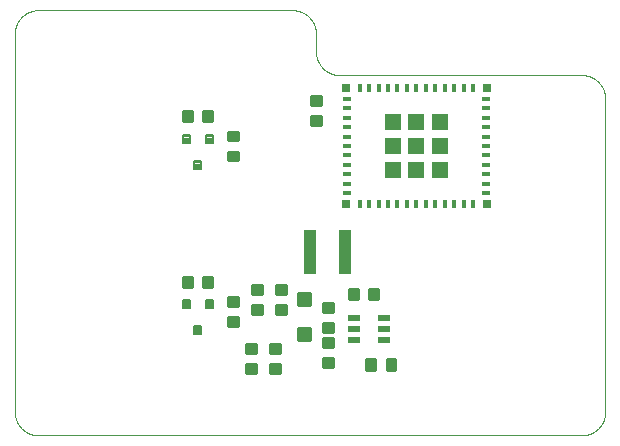
<source format=gtp>
G75*
%MOIN*%
%OFA0B0*%
%FSLAX25Y25*%
%IPPOS*%
%LPD*%
%AMOC8*
5,1,8,0,0,1.08239X$1,22.5*
%
%ADD10C,0.00000*%
%ADD11C,0.00984*%
%ADD12C,0.00787*%
%ADD13R,0.02756X0.02756*%
%ADD14R,0.01575X0.03150*%
%ADD15R,0.03150X0.01575*%
%ADD16R,0.05709X0.05709*%
%ADD17R,0.04331X0.02362*%
%ADD18R,0.04331X0.14567*%
%ADD19C,0.01201*%
D10*
X0086176Y0058146D02*
X0267279Y0058146D01*
X0267469Y0058148D01*
X0267659Y0058155D01*
X0267849Y0058167D01*
X0268039Y0058183D01*
X0268228Y0058203D01*
X0268417Y0058229D01*
X0268605Y0058258D01*
X0268792Y0058293D01*
X0268978Y0058332D01*
X0269163Y0058375D01*
X0269348Y0058423D01*
X0269531Y0058475D01*
X0269712Y0058531D01*
X0269892Y0058592D01*
X0270071Y0058658D01*
X0270248Y0058727D01*
X0270424Y0058801D01*
X0270597Y0058879D01*
X0270769Y0058962D01*
X0270938Y0059048D01*
X0271106Y0059138D01*
X0271271Y0059233D01*
X0271434Y0059331D01*
X0271594Y0059434D01*
X0271752Y0059540D01*
X0271907Y0059650D01*
X0272060Y0059763D01*
X0272210Y0059881D01*
X0272356Y0060002D01*
X0272500Y0060126D01*
X0272641Y0060254D01*
X0272779Y0060385D01*
X0272914Y0060520D01*
X0273045Y0060658D01*
X0273173Y0060799D01*
X0273297Y0060943D01*
X0273418Y0061089D01*
X0273536Y0061239D01*
X0273649Y0061392D01*
X0273759Y0061547D01*
X0273865Y0061705D01*
X0273968Y0061865D01*
X0274066Y0062028D01*
X0274161Y0062193D01*
X0274251Y0062361D01*
X0274337Y0062530D01*
X0274420Y0062702D01*
X0274498Y0062875D01*
X0274572Y0063051D01*
X0274641Y0063228D01*
X0274707Y0063407D01*
X0274768Y0063587D01*
X0274824Y0063768D01*
X0274876Y0063951D01*
X0274924Y0064136D01*
X0274967Y0064321D01*
X0275006Y0064507D01*
X0275041Y0064694D01*
X0275070Y0064882D01*
X0275096Y0065071D01*
X0275116Y0065260D01*
X0275132Y0065450D01*
X0275144Y0065640D01*
X0275151Y0065830D01*
X0275153Y0066020D01*
X0275153Y0170350D01*
X0275151Y0170540D01*
X0275144Y0170730D01*
X0275132Y0170920D01*
X0275116Y0171110D01*
X0275096Y0171299D01*
X0275070Y0171488D01*
X0275041Y0171676D01*
X0275006Y0171863D01*
X0274967Y0172049D01*
X0274924Y0172234D01*
X0274876Y0172419D01*
X0274824Y0172602D01*
X0274768Y0172783D01*
X0274707Y0172963D01*
X0274641Y0173142D01*
X0274572Y0173319D01*
X0274498Y0173495D01*
X0274420Y0173668D01*
X0274337Y0173840D01*
X0274251Y0174009D01*
X0274161Y0174177D01*
X0274066Y0174342D01*
X0273968Y0174505D01*
X0273865Y0174665D01*
X0273759Y0174823D01*
X0273649Y0174978D01*
X0273536Y0175131D01*
X0273418Y0175281D01*
X0273297Y0175427D01*
X0273173Y0175571D01*
X0273045Y0175712D01*
X0272914Y0175850D01*
X0272779Y0175985D01*
X0272641Y0176116D01*
X0272500Y0176244D01*
X0272356Y0176368D01*
X0272210Y0176489D01*
X0272060Y0176607D01*
X0271907Y0176720D01*
X0271752Y0176830D01*
X0271594Y0176936D01*
X0271434Y0177039D01*
X0271271Y0177137D01*
X0271106Y0177232D01*
X0270938Y0177322D01*
X0270769Y0177408D01*
X0270597Y0177491D01*
X0270424Y0177569D01*
X0270248Y0177643D01*
X0270071Y0177712D01*
X0269892Y0177778D01*
X0269712Y0177839D01*
X0269531Y0177895D01*
X0269348Y0177947D01*
X0269163Y0177995D01*
X0268978Y0178038D01*
X0268792Y0178077D01*
X0268605Y0178112D01*
X0268417Y0178141D01*
X0268228Y0178167D01*
X0268039Y0178187D01*
X0267849Y0178203D01*
X0267659Y0178215D01*
X0267469Y0178222D01*
X0267279Y0178224D01*
X0186570Y0178224D01*
X0186380Y0178226D01*
X0186190Y0178233D01*
X0186000Y0178245D01*
X0185810Y0178261D01*
X0185621Y0178281D01*
X0185432Y0178307D01*
X0185244Y0178336D01*
X0185057Y0178371D01*
X0184871Y0178410D01*
X0184686Y0178453D01*
X0184501Y0178501D01*
X0184318Y0178553D01*
X0184137Y0178609D01*
X0183957Y0178670D01*
X0183778Y0178736D01*
X0183601Y0178805D01*
X0183425Y0178879D01*
X0183252Y0178957D01*
X0183080Y0179040D01*
X0182911Y0179126D01*
X0182743Y0179216D01*
X0182578Y0179311D01*
X0182415Y0179409D01*
X0182255Y0179512D01*
X0182097Y0179618D01*
X0181942Y0179728D01*
X0181789Y0179841D01*
X0181639Y0179959D01*
X0181493Y0180080D01*
X0181349Y0180204D01*
X0181208Y0180332D01*
X0181070Y0180463D01*
X0180935Y0180598D01*
X0180804Y0180736D01*
X0180676Y0180877D01*
X0180552Y0181021D01*
X0180431Y0181167D01*
X0180313Y0181317D01*
X0180200Y0181470D01*
X0180090Y0181625D01*
X0179984Y0181783D01*
X0179881Y0181943D01*
X0179783Y0182106D01*
X0179688Y0182271D01*
X0179598Y0182439D01*
X0179512Y0182608D01*
X0179429Y0182780D01*
X0179351Y0182953D01*
X0179277Y0183129D01*
X0179208Y0183306D01*
X0179142Y0183485D01*
X0179081Y0183665D01*
X0179025Y0183846D01*
X0178973Y0184029D01*
X0178925Y0184214D01*
X0178882Y0184399D01*
X0178843Y0184585D01*
X0178808Y0184772D01*
X0178779Y0184960D01*
X0178753Y0185149D01*
X0178733Y0185338D01*
X0178717Y0185528D01*
X0178705Y0185718D01*
X0178698Y0185908D01*
X0178696Y0186098D01*
X0178696Y0192004D01*
X0178694Y0192194D01*
X0178687Y0192384D01*
X0178675Y0192574D01*
X0178659Y0192764D01*
X0178639Y0192953D01*
X0178613Y0193142D01*
X0178584Y0193330D01*
X0178549Y0193517D01*
X0178510Y0193703D01*
X0178467Y0193888D01*
X0178419Y0194073D01*
X0178367Y0194256D01*
X0178311Y0194437D01*
X0178250Y0194617D01*
X0178184Y0194796D01*
X0178115Y0194973D01*
X0178041Y0195149D01*
X0177963Y0195322D01*
X0177880Y0195494D01*
X0177794Y0195663D01*
X0177704Y0195831D01*
X0177609Y0195996D01*
X0177511Y0196159D01*
X0177408Y0196319D01*
X0177302Y0196477D01*
X0177192Y0196632D01*
X0177079Y0196785D01*
X0176961Y0196935D01*
X0176840Y0197081D01*
X0176716Y0197225D01*
X0176588Y0197366D01*
X0176457Y0197504D01*
X0176322Y0197639D01*
X0176184Y0197770D01*
X0176043Y0197898D01*
X0175899Y0198022D01*
X0175753Y0198143D01*
X0175603Y0198261D01*
X0175450Y0198374D01*
X0175295Y0198484D01*
X0175137Y0198590D01*
X0174977Y0198693D01*
X0174814Y0198791D01*
X0174649Y0198886D01*
X0174481Y0198976D01*
X0174312Y0199062D01*
X0174140Y0199145D01*
X0173967Y0199223D01*
X0173791Y0199297D01*
X0173614Y0199366D01*
X0173435Y0199432D01*
X0173255Y0199493D01*
X0173074Y0199549D01*
X0172891Y0199601D01*
X0172706Y0199649D01*
X0172521Y0199692D01*
X0172335Y0199731D01*
X0172148Y0199766D01*
X0171960Y0199795D01*
X0171771Y0199821D01*
X0171582Y0199841D01*
X0171392Y0199857D01*
X0171202Y0199869D01*
X0171012Y0199876D01*
X0170822Y0199878D01*
X0086176Y0199878D01*
X0085986Y0199876D01*
X0085796Y0199869D01*
X0085606Y0199857D01*
X0085416Y0199841D01*
X0085227Y0199821D01*
X0085038Y0199795D01*
X0084850Y0199766D01*
X0084663Y0199731D01*
X0084477Y0199692D01*
X0084292Y0199649D01*
X0084107Y0199601D01*
X0083924Y0199549D01*
X0083743Y0199493D01*
X0083563Y0199432D01*
X0083384Y0199366D01*
X0083207Y0199297D01*
X0083031Y0199223D01*
X0082858Y0199145D01*
X0082686Y0199062D01*
X0082517Y0198976D01*
X0082349Y0198886D01*
X0082184Y0198791D01*
X0082021Y0198693D01*
X0081861Y0198590D01*
X0081703Y0198484D01*
X0081548Y0198374D01*
X0081395Y0198261D01*
X0081245Y0198143D01*
X0081099Y0198022D01*
X0080955Y0197898D01*
X0080814Y0197770D01*
X0080676Y0197639D01*
X0080541Y0197504D01*
X0080410Y0197366D01*
X0080282Y0197225D01*
X0080158Y0197081D01*
X0080037Y0196935D01*
X0079919Y0196785D01*
X0079806Y0196632D01*
X0079696Y0196477D01*
X0079590Y0196319D01*
X0079487Y0196159D01*
X0079389Y0195996D01*
X0079294Y0195831D01*
X0079204Y0195663D01*
X0079118Y0195494D01*
X0079035Y0195322D01*
X0078957Y0195149D01*
X0078883Y0194973D01*
X0078814Y0194796D01*
X0078748Y0194617D01*
X0078687Y0194437D01*
X0078631Y0194256D01*
X0078579Y0194073D01*
X0078531Y0193888D01*
X0078488Y0193703D01*
X0078449Y0193517D01*
X0078414Y0193330D01*
X0078385Y0193142D01*
X0078359Y0192953D01*
X0078339Y0192764D01*
X0078323Y0192574D01*
X0078311Y0192384D01*
X0078304Y0192194D01*
X0078302Y0192004D01*
X0078302Y0066020D01*
X0078304Y0065830D01*
X0078311Y0065640D01*
X0078323Y0065450D01*
X0078339Y0065260D01*
X0078359Y0065071D01*
X0078385Y0064882D01*
X0078414Y0064694D01*
X0078449Y0064507D01*
X0078488Y0064321D01*
X0078531Y0064136D01*
X0078579Y0063951D01*
X0078631Y0063768D01*
X0078687Y0063587D01*
X0078748Y0063407D01*
X0078814Y0063228D01*
X0078883Y0063051D01*
X0078957Y0062875D01*
X0079035Y0062702D01*
X0079118Y0062530D01*
X0079204Y0062361D01*
X0079294Y0062193D01*
X0079389Y0062028D01*
X0079487Y0061865D01*
X0079590Y0061705D01*
X0079696Y0061547D01*
X0079806Y0061392D01*
X0079919Y0061239D01*
X0080037Y0061089D01*
X0080158Y0060943D01*
X0080282Y0060799D01*
X0080410Y0060658D01*
X0080541Y0060520D01*
X0080676Y0060385D01*
X0080814Y0060254D01*
X0080955Y0060126D01*
X0081099Y0060002D01*
X0081245Y0059881D01*
X0081395Y0059763D01*
X0081548Y0059650D01*
X0081703Y0059540D01*
X0081861Y0059434D01*
X0082021Y0059331D01*
X0082184Y0059233D01*
X0082349Y0059138D01*
X0082517Y0059048D01*
X0082686Y0058962D01*
X0082858Y0058879D01*
X0083031Y0058801D01*
X0083207Y0058727D01*
X0083384Y0058658D01*
X0083563Y0058592D01*
X0083743Y0058531D01*
X0083924Y0058475D01*
X0084107Y0058423D01*
X0084292Y0058375D01*
X0084477Y0058332D01*
X0084663Y0058293D01*
X0084850Y0058258D01*
X0085038Y0058229D01*
X0085227Y0058203D01*
X0085416Y0058183D01*
X0085606Y0058167D01*
X0085796Y0058155D01*
X0085986Y0058148D01*
X0086176Y0058146D01*
D11*
X0152810Y0094662D02*
X0152810Y0097614D01*
X0152810Y0094662D02*
X0149464Y0094662D01*
X0149464Y0097614D01*
X0152810Y0097614D01*
X0152810Y0095597D02*
X0149464Y0095597D01*
X0149464Y0096532D02*
X0152810Y0096532D01*
X0152810Y0097467D02*
X0149464Y0097467D01*
X0152810Y0101355D02*
X0152810Y0104307D01*
X0152810Y0101355D02*
X0149464Y0101355D01*
X0149464Y0104307D01*
X0152810Y0104307D01*
X0152810Y0102290D02*
X0149464Y0102290D01*
X0149464Y0103225D02*
X0152810Y0103225D01*
X0152810Y0104160D02*
X0149464Y0104160D01*
X0144149Y0111000D02*
X0141197Y0111000D01*
X0144149Y0111000D02*
X0144149Y0107654D01*
X0141197Y0107654D01*
X0141197Y0111000D01*
X0141197Y0108589D02*
X0144149Y0108589D01*
X0144149Y0109524D02*
X0141197Y0109524D01*
X0141197Y0110459D02*
X0144149Y0110459D01*
X0137456Y0111000D02*
X0134504Y0111000D01*
X0137456Y0111000D02*
X0137456Y0107654D01*
X0134504Y0107654D01*
X0134504Y0111000D01*
X0134504Y0108589D02*
X0137456Y0108589D01*
X0137456Y0109524D02*
X0134504Y0109524D01*
X0134504Y0110459D02*
X0137456Y0110459D01*
X0157338Y0108244D02*
X0157338Y0105292D01*
X0157338Y0108244D02*
X0160684Y0108244D01*
X0160684Y0105292D01*
X0157338Y0105292D01*
X0157338Y0106227D02*
X0160684Y0106227D01*
X0160684Y0107162D02*
X0157338Y0107162D01*
X0157338Y0108097D02*
X0160684Y0108097D01*
X0165212Y0108244D02*
X0165212Y0105292D01*
X0165212Y0108244D02*
X0168558Y0108244D01*
X0168558Y0105292D01*
X0165212Y0105292D01*
X0165212Y0106227D02*
X0168558Y0106227D01*
X0168558Y0107162D02*
X0165212Y0107162D01*
X0165212Y0108097D02*
X0168558Y0108097D01*
X0165212Y0101551D02*
X0165212Y0098599D01*
X0165212Y0101551D02*
X0168558Y0101551D01*
X0168558Y0098599D01*
X0165212Y0098599D01*
X0165212Y0099534D02*
X0168558Y0099534D01*
X0168558Y0100469D02*
X0165212Y0100469D01*
X0165212Y0101404D02*
X0168558Y0101404D01*
X0157338Y0101551D02*
X0157338Y0098599D01*
X0157338Y0101551D02*
X0160684Y0101551D01*
X0160684Y0098599D01*
X0157338Y0098599D01*
X0157338Y0099534D02*
X0160684Y0099534D01*
X0160684Y0100469D02*
X0157338Y0100469D01*
X0157338Y0101404D02*
X0160684Y0101404D01*
X0158716Y0088559D02*
X0158716Y0085607D01*
X0155370Y0085607D01*
X0155370Y0088559D01*
X0158716Y0088559D01*
X0158716Y0086542D02*
X0155370Y0086542D01*
X0155370Y0087477D02*
X0158716Y0087477D01*
X0158716Y0088412D02*
X0155370Y0088412D01*
X0158716Y0081866D02*
X0158716Y0078914D01*
X0155370Y0078914D01*
X0155370Y0081866D01*
X0158716Y0081866D01*
X0158716Y0079849D02*
X0155370Y0079849D01*
X0155370Y0080784D02*
X0158716Y0080784D01*
X0158716Y0081719D02*
X0155370Y0081719D01*
X0166590Y0081866D02*
X0166590Y0078914D01*
X0163244Y0078914D01*
X0163244Y0081866D01*
X0166590Y0081866D01*
X0166590Y0079849D02*
X0163244Y0079849D01*
X0163244Y0080784D02*
X0166590Y0080784D01*
X0166590Y0081719D02*
X0163244Y0081719D01*
X0166590Y0085607D02*
X0166590Y0088559D01*
X0166590Y0085607D02*
X0163244Y0085607D01*
X0163244Y0088559D01*
X0166590Y0088559D01*
X0166590Y0086542D02*
X0163244Y0086542D01*
X0163244Y0087477D02*
X0166590Y0087477D01*
X0166590Y0088412D02*
X0163244Y0088412D01*
X0184306Y0087575D02*
X0184306Y0090527D01*
X0184306Y0087575D02*
X0180960Y0087575D01*
X0180960Y0090527D01*
X0184306Y0090527D01*
X0184306Y0088510D02*
X0180960Y0088510D01*
X0180960Y0089445D02*
X0184306Y0089445D01*
X0184306Y0090380D02*
X0180960Y0090380D01*
X0184306Y0092693D02*
X0184306Y0095645D01*
X0184306Y0092693D02*
X0180960Y0092693D01*
X0180960Y0095645D01*
X0184306Y0095645D01*
X0184306Y0093628D02*
X0180960Y0093628D01*
X0180960Y0094563D02*
X0184306Y0094563D01*
X0184306Y0095498D02*
X0180960Y0095498D01*
X0184306Y0099386D02*
X0184306Y0102338D01*
X0184306Y0099386D02*
X0180960Y0099386D01*
X0180960Y0102338D01*
X0184306Y0102338D01*
X0184306Y0100321D02*
X0180960Y0100321D01*
X0180960Y0101256D02*
X0184306Y0101256D01*
X0184306Y0102191D02*
X0180960Y0102191D01*
X0189622Y0103717D02*
X0192574Y0103717D01*
X0189622Y0103717D02*
X0189622Y0107063D01*
X0192574Y0107063D01*
X0192574Y0103717D01*
X0192574Y0104652D02*
X0189622Y0104652D01*
X0189622Y0105587D02*
X0192574Y0105587D01*
X0192574Y0106522D02*
X0189622Y0106522D01*
X0196315Y0103717D02*
X0199267Y0103717D01*
X0196315Y0103717D02*
X0196315Y0107063D01*
X0199267Y0107063D01*
X0199267Y0103717D01*
X0199267Y0104652D02*
X0196315Y0104652D01*
X0196315Y0105587D02*
X0199267Y0105587D01*
X0199267Y0106522D02*
X0196315Y0106522D01*
X0195527Y0083441D02*
X0198479Y0083441D01*
X0198479Y0080095D01*
X0195527Y0080095D01*
X0195527Y0083441D01*
X0195527Y0081030D02*
X0198479Y0081030D01*
X0198479Y0081965D02*
X0195527Y0081965D01*
X0195527Y0082900D02*
X0198479Y0082900D01*
X0202220Y0083441D02*
X0205172Y0083441D01*
X0205172Y0080095D01*
X0202220Y0080095D01*
X0202220Y0083441D01*
X0202220Y0081030D02*
X0205172Y0081030D01*
X0205172Y0081965D02*
X0202220Y0081965D01*
X0202220Y0082900D02*
X0205172Y0082900D01*
X0184306Y0083834D02*
X0184306Y0080882D01*
X0180960Y0080882D01*
X0180960Y0083834D01*
X0184306Y0083834D01*
X0184306Y0081817D02*
X0180960Y0081817D01*
X0180960Y0082752D02*
X0184306Y0082752D01*
X0184306Y0083687D02*
X0180960Y0083687D01*
X0152810Y0149780D02*
X0152810Y0152732D01*
X0152810Y0149780D02*
X0149464Y0149780D01*
X0149464Y0152732D01*
X0152810Y0152732D01*
X0152810Y0150715D02*
X0149464Y0150715D01*
X0149464Y0151650D02*
X0152810Y0151650D01*
X0152810Y0152585D02*
X0149464Y0152585D01*
X0152810Y0156473D02*
X0152810Y0159425D01*
X0152810Y0156473D02*
X0149464Y0156473D01*
X0149464Y0159425D01*
X0152810Y0159425D01*
X0152810Y0157408D02*
X0149464Y0157408D01*
X0149464Y0158343D02*
X0152810Y0158343D01*
X0152810Y0159278D02*
X0149464Y0159278D01*
X0144149Y0166118D02*
X0141197Y0166118D01*
X0144149Y0166118D02*
X0144149Y0162772D01*
X0141197Y0162772D01*
X0141197Y0166118D01*
X0141197Y0163707D02*
X0144149Y0163707D01*
X0144149Y0164642D02*
X0141197Y0164642D01*
X0141197Y0165577D02*
X0144149Y0165577D01*
X0137456Y0166118D02*
X0134504Y0166118D01*
X0137456Y0166118D02*
X0137456Y0162772D01*
X0134504Y0162772D01*
X0134504Y0166118D01*
X0134504Y0163707D02*
X0137456Y0163707D01*
X0137456Y0164642D02*
X0134504Y0164642D01*
X0134504Y0165577D02*
X0137456Y0165577D01*
X0180369Y0164543D02*
X0180369Y0161591D01*
X0177023Y0161591D01*
X0177023Y0164543D01*
X0180369Y0164543D01*
X0180369Y0162526D02*
X0177023Y0162526D01*
X0177023Y0163461D02*
X0180369Y0163461D01*
X0180369Y0164396D02*
X0177023Y0164396D01*
X0180369Y0168284D02*
X0180369Y0171236D01*
X0180369Y0168284D02*
X0177023Y0168284D01*
X0177023Y0171236D01*
X0180369Y0171236D01*
X0180369Y0169219D02*
X0177023Y0169219D01*
X0177023Y0170154D02*
X0180369Y0170154D01*
X0180369Y0171089D02*
X0177023Y0171089D01*
D12*
X0144248Y0158343D02*
X0141884Y0158343D01*
X0144248Y0158343D02*
X0144248Y0155587D01*
X0141884Y0155587D01*
X0141884Y0158343D01*
X0141884Y0156335D02*
X0144248Y0156335D01*
X0144248Y0157083D02*
X0141884Y0157083D01*
X0141884Y0157831D02*
X0144248Y0157831D01*
X0136768Y0158343D02*
X0134404Y0158343D01*
X0136768Y0158343D02*
X0136768Y0155587D01*
X0134404Y0155587D01*
X0134404Y0158343D01*
X0134404Y0156335D02*
X0136768Y0156335D01*
X0136768Y0157083D02*
X0134404Y0157083D01*
X0134404Y0157831D02*
X0136768Y0157831D01*
X0138144Y0149681D02*
X0140508Y0149681D01*
X0140508Y0146925D01*
X0138144Y0146925D01*
X0138144Y0149681D01*
X0138144Y0147673D02*
X0140508Y0147673D01*
X0140508Y0148421D02*
X0138144Y0148421D01*
X0138144Y0149169D02*
X0140508Y0149169D01*
X0141884Y0103224D02*
X0144248Y0103224D01*
X0144248Y0100468D01*
X0141884Y0100468D01*
X0141884Y0103224D01*
X0141884Y0101216D02*
X0144248Y0101216D01*
X0144248Y0101964D02*
X0141884Y0101964D01*
X0141884Y0102712D02*
X0144248Y0102712D01*
X0136768Y0103224D02*
X0134404Y0103224D01*
X0136768Y0103224D02*
X0136768Y0100468D01*
X0134404Y0100468D01*
X0134404Y0103224D01*
X0134404Y0101216D02*
X0136768Y0101216D01*
X0136768Y0101964D02*
X0134404Y0101964D01*
X0134404Y0102712D02*
X0136768Y0102712D01*
X0138144Y0094563D02*
X0140508Y0094563D01*
X0140508Y0091807D01*
X0138144Y0091807D01*
X0138144Y0094563D01*
X0138144Y0092555D02*
X0140508Y0092555D01*
X0140508Y0093303D02*
X0138144Y0093303D01*
X0138144Y0094051D02*
X0140508Y0094051D01*
D13*
X0188736Y0135114D03*
X0235586Y0135114D03*
X0235586Y0174091D03*
X0188736Y0174091D03*
D14*
X0193263Y0173894D03*
X0196413Y0173894D03*
X0199562Y0173894D03*
X0202712Y0173894D03*
X0205861Y0173894D03*
X0209011Y0173894D03*
X0212161Y0173894D03*
X0215310Y0173894D03*
X0218460Y0173894D03*
X0221610Y0173894D03*
X0224759Y0173894D03*
X0227909Y0173894D03*
X0231058Y0173894D03*
X0231058Y0135311D03*
X0227909Y0135311D03*
X0224759Y0135311D03*
X0221610Y0135311D03*
X0218460Y0135311D03*
X0215310Y0135311D03*
X0212161Y0135311D03*
X0209011Y0135311D03*
X0205861Y0135311D03*
X0202712Y0135311D03*
X0199562Y0135311D03*
X0196413Y0135311D03*
X0193263Y0135311D03*
D15*
X0188932Y0138854D03*
X0188932Y0142004D03*
X0188932Y0145154D03*
X0188932Y0148303D03*
X0188932Y0151453D03*
X0188932Y0154602D03*
X0188932Y0157752D03*
X0188932Y0160902D03*
X0188932Y0164051D03*
X0188932Y0167201D03*
X0188932Y0170350D03*
X0235389Y0170350D03*
X0235389Y0167201D03*
X0235389Y0164051D03*
X0235389Y0160902D03*
X0235389Y0157752D03*
X0235389Y0154602D03*
X0235389Y0151453D03*
X0235389Y0148303D03*
X0235389Y0145154D03*
X0235389Y0142004D03*
X0235389Y0138854D03*
D16*
X0220035Y0146728D03*
X0212161Y0146728D03*
X0204287Y0146728D03*
X0204287Y0154602D03*
X0212161Y0154602D03*
X0220035Y0154602D03*
X0220035Y0162476D03*
X0212161Y0162476D03*
X0204287Y0162476D03*
D17*
X0201531Y0097319D03*
X0201531Y0093579D03*
X0201531Y0089839D03*
X0191295Y0089839D03*
X0191295Y0093579D03*
X0191295Y0097319D03*
D18*
X0188539Y0119169D03*
X0176728Y0119169D03*
D19*
X0176560Y0105183D02*
X0176560Y0101463D01*
X0172958Y0101463D01*
X0172958Y0105183D01*
X0176560Y0105183D01*
X0176560Y0102604D02*
X0172958Y0102604D01*
X0172958Y0103745D02*
X0176560Y0103745D01*
X0176560Y0104886D02*
X0172958Y0104886D01*
X0176560Y0093569D02*
X0176560Y0089849D01*
X0172958Y0089849D01*
X0172958Y0093569D01*
X0176560Y0093569D01*
X0176560Y0090990D02*
X0172958Y0090990D01*
X0172958Y0092131D02*
X0176560Y0092131D01*
X0176560Y0093272D02*
X0172958Y0093272D01*
M02*

</source>
